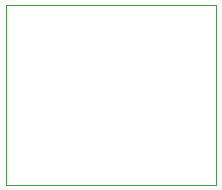
<source format=gbr>
%TF.GenerationSoftware,KiCad,Pcbnew,7.0.10*%
%TF.CreationDate,2024-02-08T11:38:55+02:00*%
%TF.ProjectId,NCD57201DR2G_breakout,4e434435-3732-4303-9144-5232475f6272,0.1*%
%TF.SameCoordinates,Original*%
%TF.FileFunction,Profile,NP*%
%FSLAX46Y46*%
G04 Gerber Fmt 4.6, Leading zero omitted, Abs format (unit mm)*
G04 Created by KiCad (PCBNEW 7.0.10) date 2024-02-08 11:38:55*
%MOMM*%
%LPD*%
G01*
G04 APERTURE LIST*
%TA.AperFunction,Profile*%
%ADD10C,0.120000*%
%TD*%
G04 APERTURE END LIST*
D10*
X107162600Y-63042800D02*
X124942600Y-63042800D01*
X124942600Y-78232000D01*
X107162600Y-78232000D01*
X107162600Y-63042800D01*
M02*

</source>
